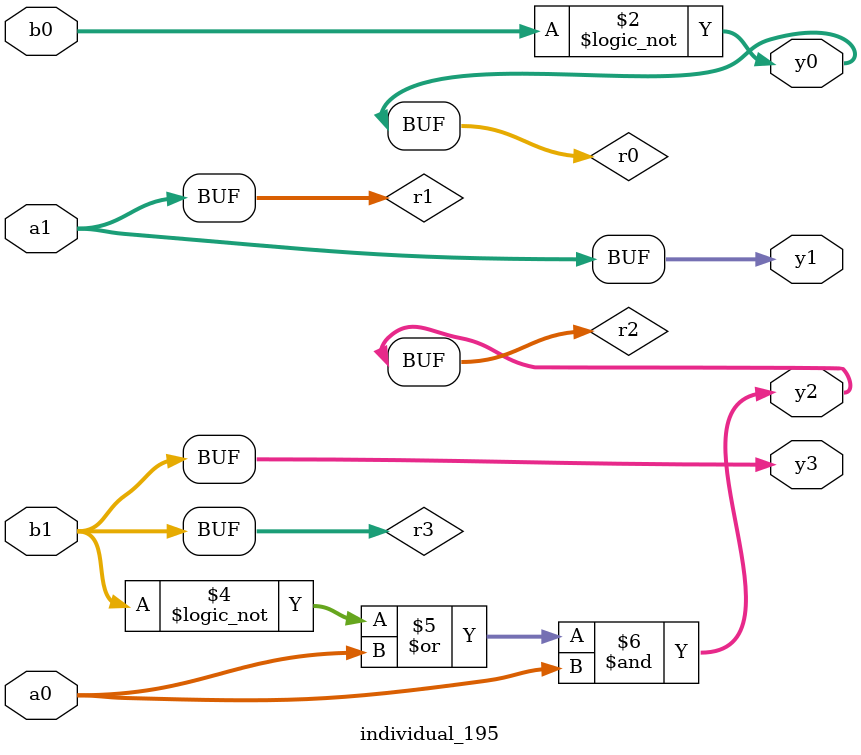
<source format=sv>
module individual_195(input logic [15:0] a1, input logic [15:0] a0, input logic [15:0] b1, input logic [15:0] b0, output logic [15:0] y3, output logic [15:0] y2, output logic [15:0] y1, output logic [15:0] y0);
logic [15:0] r0, r1, r2, r3; 
 always@(*) begin 
	 r0 = a0; r1 = a1; r2 = b0; r3 = b1; 
 	 r0 = ! b0 ;
 	 r2 = ! a0 ;
 	 r2 = ! r3 ;
 	 r2  |=  a0 ;
 	 r2  &=  a0 ;
 	 y3 = r3; y2 = r2; y1 = r1; y0 = r0; 
end
endmodule
</source>
